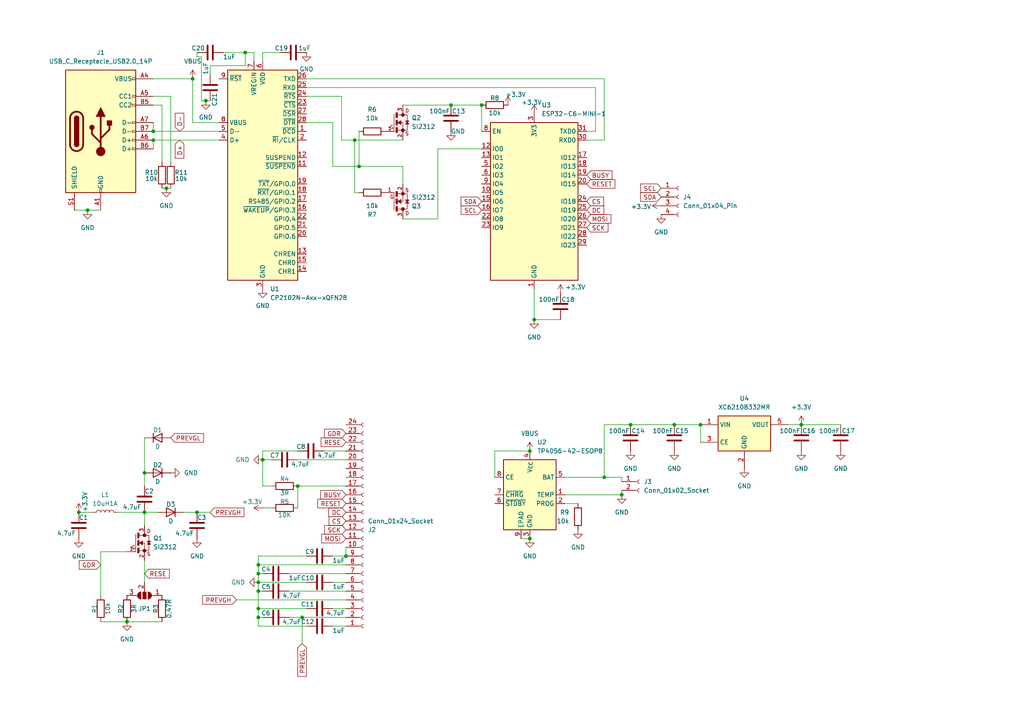
<source format=kicad_sch>
(kicad_sch (version 20250114) (generator "eeschema") (generator_version "9.0")
  (paper "A4")
  (lib_symbols
    (symbol "Battery_Management:TP4056-42-ESOP8"
      (property "Reference" "U" (at -6.604 11.684 0))
      (property "Value" "TP4056-42-ESOP8" (at 10.16 11.684 0))
      (symbol "TP4056-42-ESOP8_1_0"
        (pin input line (at -10.16 5.08 0) (length 2.54) (name "CE") (number "8"))
        (pin open_collector line (at -10.16 0 0) (length 2.54) (name "~{CHRG}") (number "7"))
        (pin open_collector line (at -10.16 -2.54 0) (length 2.54) (name "~{STDBY}") (number "6"))
        (pin passive line (at -2.54 -12.7 90) (length 2.54) (name "EPAD") (number "9"))
        (pin power_in line (at 0 12.7 270) (length 2.54) (name "V_{CC}") (number "4"))
        (pin power_in line (at 0 -12.7 90) (length 2.54) (name "GND") (number "3"))
        (pin power_out line (at 10.16 5.08 180) (length 2.54) (name "BAT") (number "5"))
        (pin input line (at 10.16 0 180) (length 2.54) (name "TEMP") (number "1"))
        (pin passive line (at 10.16 -2.54 180) (length 2.54) (name "PROG") (number "2"))
      )
    )
    (symbol "Connector:Conn_01x02_Socket" (pin_names (offset 1.016) (hide yes))
      (property "Reference" "J" (at 0 2.54 0))
      (property "Value" "Conn_01x02_Socket" (at 0 -5.08 0))
      (symbol "Conn_01x02_Socket_1_1"
        (pin passive line (at -5.08 0 0) (length 3.81) (name "Pin_1") (number "1"))
        (pin passive line (at -5.08 -2.54 0) (length 3.81) (name "Pin_2") (number "2"))
      )
    )
    (symbol "Connector:Conn_01x04_Socket" (pin_names (offset 1.016) (hide yes))
      (property "Reference" "J" (at 0 5.08 0))
      (property "Value" "Conn_01x04_Socket" (at 0 -7.62 0))
      (symbol "Conn_01x04_Socket_1_1"
        (pin passive line (at -5.08 2.54 0) (length 3.81) (name "Pin_1") (number "1"))
        (pin passive line (at -5.08 0 0) (length 3.81) (name "Pin_2") (number "2"))
        (pin passive line (at -5.08 -2.54 0) (length 3.81) (name "Pin_3") (number "3"))
        (pin passive line (at -5.08 -5.08 0) (length 3.81) (name "Pin_4") (number "4"))
      )
    )
    (symbol "Connector:Conn_01x24_Socket" (pin_names (offset 1.016) (hide yes))
      (property "Reference" "J" (at 0 30.48 0))
      (property "Value" "Conn_01x24_Socket" (at 0 -33.02 0))
      (symbol "Conn_01x24_Socket_1_1"
        (pin passive line (at -5.08 27.94 0) (length 3.81) (name "Pin_1") (number "1"))
        (pin passive line (at -5.08 25.4 0) (length 3.81) (name "Pin_2") (number "2"))
        (pin passive line (at -5.08 22.86 0) (length 3.81) (name "Pin_3") (number "3"))
        (pin passive line (at -5.08 20.32 0) (length 3.81) (name "Pin_4") (number "4"))
        (pin passive line (at -5.08 17.78 0) (length 3.81) (name "Pin_5") (number "5"))
        (pin passive line (at -5.08 15.24 0) (length 3.81) (name "Pin_6") (number "6"))
        (pin passive line (at -5.08 12.7 0) (length 3.81) (name "Pin_7") (number "7"))
        (pin passive line (at -5.08 10.16 0) (length 3.81) (name "Pin_8") (number "8"))
        (pin passive line (at -5.08 7.62 0) (length 3.81) (name "Pin_9") (number "9"))
        (pin passive line (at -5.08 5.08 0) (length 3.81) (name "Pin_10") (number "10"))
        (pin passive line (at -5.08 2.54 0) (length 3.81) (name "Pin_11") (number "11"))
        (pin passive line (at -5.08 0 0) (length 3.81) (name "Pin_12") (number "12"))
        (pin passive line (at -5.08 -2.54 0) (length 3.81) (name "Pin_13") (number "13"))
        (pin passive line (at -5.08 -5.08 0) (length 3.81) (name "Pin_14") (number "14"))
        (pin passive line (at -5.08 -7.62 0) (length 3.81) (name "Pin_15") (number "15"))
        (pin passive line (at -5.08 -10.16 0) (length 3.81) (name "Pin_16") (number "16"))
        (pin passive line (at -5.08 -12.7 0) (length 3.81) (name "Pin_17") (number "17"))
        (pin passive line (at -5.08 -15.24 0) (length 3.81) (name "Pin_18") (number "18"))
        (pin passive line (at -5.08 -17.78 0) (length 3.81) (name "Pin_19") (number "19"))
        (pin passive line (at -5.08 -20.32 0) (length 3.81) (name "Pin_20") (number "20"))
        (pin passive line (at -5.08 -22.86 0) (length 3.81) (name "Pin_21") (number "21"))
        (pin passive line (at -5.08 -25.4 0) (length 3.81) (name "Pin_22") (number "22"))
        (pin passive line (at -5.08 -27.94 0) (length 3.81) (name "Pin_23") (number "23"))
        (pin passive line (at -5.08 -30.48 0) (length 3.81) (name "Pin_24") (number "24"))
      )
    )
    (symbol "Connector:USB_C_Receptacle_USB2.0_14P" (pin_names (offset 1.016))
      (property "Reference" "J" (at 0 22.225 0))
      (property "Value" "USB_C_Receptacle_USB2.0_14P" (at 0 19.685 0))
      (symbol "USB_C_Receptacle_USB2.0_14P_1_1"
        (pin passive line (at -7.62 -22.86 90) (length 5.08) (name "SHIELD") (number "S1"))
        (pin passive line (at 0 -22.86 90) (length 5.08) (name "GND") (number "A1"))
        (pin passive line (at 0 -22.86 90) (length 5.08) (hide yes) (name "GND") (number "A12"))
        (pin passive line (at 0 -22.86 90) (length 5.08) (hide yes) (name "GND") (number "B1"))
        (pin passive line (at 0 -22.86 90) (length 5.08) (hide yes) (name "GND") (number "B12"))
        (pin passive line (at 15.24 15.24 180) (length 5.08) (name "VBUS") (number "A4"))
        (pin passive line (at 15.24 15.24 180) (length 5.08) (hide yes) (name "VBUS") (number "A9"))
        (pin passive line (at 15.24 15.24 180) (length 5.08) (hide yes) (name "VBUS") (number "B4"))
        (pin passive line (at 15.24 15.24 180) (length 5.08) (hide yes) (name "VBUS") (number "B9"))
        (pin bidirectional line (at 15.24 10.16 180) (length 5.08) (name "CC1") (number "A5"))
        (pin bidirectional line (at 15.24 7.62 180) (length 5.08) (name "CC2") (number "B5"))
        (pin bidirectional line (at 15.24 2.54 180) (length 5.08) (name "D-") (number "A7"))
        (pin bidirectional line (at 15.24 0 180) (length 5.08) (name "D-") (number "B7"))
        (pin bidirectional line (at 15.24 -2.54 180) (length 5.08) (name "D+") (number "A6"))
        (pin bidirectional line (at 15.24 -5.08 180) (length 5.08) (name "D+") (number "B6"))
      )
    )
    (symbol "Device:C" (pin_numbers (hide yes)) (pin_names (offset 0.254))
      (property "Reference" "C" (at 0.635 2.54 0))
      (property "Value" "C" (at 0.635 -2.54 0))
      (symbol "C_1_1"
        (pin passive line (at 0 3.81 270) (length 2.794) (name "~") (number "1"))
        (pin passive line (at 0 -3.81 90) (length 2.794) (name "~") (number "2"))
      )
    )
    (symbol "Device:D" (pin_numbers (hide yes)) (pin_names (offset 1.016) (hide yes))
      (property "Reference" "D" (at 0 2.54 0))
      (property "Value" "D" (at 0 -2.54 0))
      (symbol "D_1_1"
        (pin passive line (at -3.81 0 0) (length 2.54) (name "K") (number "1"))
        (pin passive line (at 3.81 0 180) (length 2.54) (name "A") (number "2"))
      )
    )
    (symbol "Device:L" (pin_numbers (hide yes)) (pin_names (offset 1.016) (hide yes))
      (property "Reference" "L" (at -1.27 0 90))
      (property "Value" "L" (at 1.905 0 90))
      (symbol "L_1_1"
        (pin passive line (at 0 3.81 270) (length 1.27) (name "1") (number "1"))
        (pin passive line (at 0 -3.81 90) (length 1.27) (name "2") (number "2"))
      )
    )
    (symbol "Device:R" (pin_numbers (hide yes)) (pin_names (offset 0))
      (property "Reference" "R" (at 2.032 0 90))
      (property "Value" "R" (at 0 0 90))
      (symbol "R_1_1"
        (pin passive line (at 0 3.81 270) (length 1.27) (name "~") (number "1"))
        (pin passive line (at 0 -3.81 90) (length 1.27) (name "~") (number "2"))
      )
    )
    (symbol "Interface_USB:CP2102N-Axx-xQFN28"
      (property "Reference" "U" (at -8.89 31.75 0))
      (property "Value" "CP2102N-Axx-xQFN28" (at 12.7 31.75 0))
      (symbol "CP2102N-Axx-xQFN28_1_1"
        (pin input line (at -12.7 27.94 0) (length 2.54) (name "~{RST}") (number "9"))
        (pin input line (at -12.7 15.24 0) (length 2.54) (name "VBUS") (number "8"))
        (pin bidirectional line (at -12.7 12.7 0) (length 2.54) (name "D-") (number "5"))
        (pin bidirectional line (at -12.7 10.16 0) (length 2.54) (name "D+") (number "4"))
        (pin no_connect line (at -10.16 -27.94 0) (length 2.54) (hide yes) (name "NC") (number "10"))
        (pin power_in line (at -2.54 33.02 270) (length 2.54) (name "VREGIN") (number "7"))
        (pin power_in line (at 0 33.02 270) (length 2.54) (name "VDD") (number "6"))
        (pin passive line (at 0 -33.02 90) (length 2.54) (hide yes) (name "GND") (number "29"))
        (pin power_in line (at 0 -33.02 90) (length 2.54) (name "GND") (number "3"))
        (pin output line (at 12.7 27.94 180) (length 2.54) (name "TXD") (number "26"))
        (pin input line (at 12.7 25.4 180) (length 2.54) (name "RXD") (number "25"))
        (pin output line (at 12.7 22.86 180) (length 2.54) (name "~{RTS}") (number "24"))
        (pin input line (at 12.7 20.32 180) (length 2.54) (name "~{CTS}") (number "23"))
        (pin input line (at 12.7 17.78 180) (length 2.54) (name "~{DSR}") (number "27"))
        (pin output line (at 12.7 15.24 180) (length 2.54) (name "~{DTR}") (number "28"))
        (pin input line (at 12.7 12.7 180) (length 2.54) (name "~{DCD}") (number "1"))
        (pin bidirectional line (at 12.7 10.16 180) (length 2.54) (name "~{RI}/CLK") (number "2"))
        (pin output line (at 12.7 5.08 180) (length 2.54) (name "SUSPEND") (number "12"))
        (pin output line (at 12.7 2.54 180) (length 2.54) (name "~{SUSPEND}") (number "11"))
        (pin bidirectional line (at 12.7 -2.54 180) (length 2.54) (name "~{TXT}/GPIO.0") (number "19"))
        (pin bidirectional line (at 12.7 -5.08 180) (length 2.54) (name "~{RXT}/GPIO.1") (number "18"))
        (pin bidirectional line (at 12.7 -7.62 180) (length 2.54) (name "RS485/GPIO.2") (number "17"))
        (pin bidirectional line (at 12.7 -10.16 180) (length 2.54) (name "~{WAKEUP}/GPIO.3") (number "16"))
        (pin bidirectional line (at 12.7 -12.7 180) (length 2.54) (name "GPIO.4") (number "22"))
        (pin bidirectional line (at 12.7 -15.24 180) (length 2.54) (name "GPIO.5") (number "21"))
        (pin bidirectional line (at 12.7 -17.78 180) (length 2.54) (name "GPIO.6") (number "20"))
        (pin output line (at 12.7 -22.86 180) (length 2.54) (name "CHREN") (number "13"))
        (pin output line (at 12.7 -25.4 180) (length 2.54) (name "CHR0") (number "15"))
        (pin output line (at 12.7 -27.94 180) (length 2.54) (name "CHR1") (number "14"))
      )
    )
    (symbol "Jumper:SolderJumper_3_Open" (pin_names (offset 0) (hide yes)) (in_bom no)
      (property "Reference" "JP" (at -2.54 -2.54 0))
      (property "Value" "SolderJumper_3_Open" (at 0 2.794 0))
      (symbol "SolderJumper_3_Open_1_1"
        (pin passive line (at -5.08 0 0) (length 2.54) (name "A") (number "1"))
        (pin passive line (at 0 -3.81 90) (length 2.54) (name "C") (number "2"))
        (pin passive line (at 5.08 0 180) (length 2.54) (name "B") (number "3"))
      )
    )
    (symbol "RF_Module:ESP32-C6-MINI-1"
      (property "Reference" "U" (at -11.43 24.13 0))
      (property "Value" "ESP32-C6-MINI-1" (at 12.7 24.13 0))
      (symbol "ESP32-C6-MINI-1_1_1"
        (pin input line (at -15.24 20.32 0) (length 2.54) (name "EN") (number "8"))
        (pin bidirectional line (at -15.24 15.24 0) (length 2.54) (name "IO0") (number "12"))
        (pin bidirectional line (at -15.24 12.7 0) (length 2.54) (name "IO1") (number "13"))
        (pin bidirectional line (at -15.24 10.16 0) (length 2.54) (name "IO2") (number "5"))
        (pin bidirectional line (at -15.24 7.62 0) (length 2.54) (name "IO3") (number "6"))
        (pin bidirectional line (at -15.24 5.08 0) (length 2.54) (name "IO4") (number "9"))
        (pin bidirectional line (at -15.24 2.54 0) (length 2.54) (name "IO5") (number "10"))
        (pin bidirectional line (at -15.24 0 0) (length 2.54) (name "IO6") (number "15"))
        (pin bidirectional line (at -15.24 -2.54 0) (length 2.54) (name "IO7") (number "16"))
        (pin bidirectional line (at -15.24 -5.08 0) (length 2.54) (name "IO8") (number "22"))
        (pin bidirectional line (at -15.24 -7.62 0) (length 2.54) (name "IO9") (number "23"))
        (pin no_connect line (at -12.7 -12.7 0) (length 2.54) (hide yes) (name "NC") (number "32"))
        (pin no_connect line (at -12.7 -15.24 0) (length 2.54) (hide yes) (name "NC") (number "33"))
        (pin no_connect line (at -12.7 -17.78 0) (length 2.54) (hide yes) (name "NC") (number "34"))
        (pin no_connect line (at -12.7 -20.32 0) (length 2.54) (hide yes) (name "NC") (number "35"))
        (pin power_in line (at 0 25.4 270) (length 2.54) (name "3V3") (number "3"))
        (pin power_in line (at 0 -25.4 90) (length 2.54) (name "GND") (number "1"))
        (pin passive line (at 0 -25.4 90) (length 2.54) (hide yes) (name "GND") (number "11"))
        (pin passive line (at 0 -25.4 90) (length 2.54) (hide yes) (name "GND") (number "14"))
        (pin passive line (at 0 -25.4 90) (length 2.54) (hide yes) (name "GND") (number "2"))
        (pin passive line (at 0 -25.4 90) (length 2.54) (hide yes) (name "GND") (number "36"))
        (pin passive line (at 0 -25.4 90) (length 2.54) (hide yes) (name "GND") (number "37"))
        (pin passive line (at 0 -25.4 90) (length 2.54) (hide yes) (name "GND") (number "38"))
        (pin passive line (at 0 -25.4 90) (length 2.54) (hide yes) (name "GND") (number "39"))
        (pin passive line (at 0 -25.4 90) (length 2.54) (hide yes) (name "GND") (number "40"))
        (pin passive line (at 0 -25.4 90) (length 2.54) (hide yes) (name "GND") (number "41"))
        (pin passive line (at 0 -25.4 90) (length 2.54) (hide yes) (name "GND") (number "42"))
        (pin passive line (at 0 -25.4 90) (length 2.54) (hide yes) (name "GND") (number "43"))
        (pin passive line (at 0 -25.4 90) (length 2.54) (hide yes) (name "GND") (number "44"))
        (pin passive line (at 0 -25.4 90) (length 2.54) (hide yes) (name "GND") (number "45"))
        (pin passive line (at 0 -25.4 90) (length 2.54) (hide yes) (name "GND") (number "46"))
        (pin passive line (at 0 -25.4 90) (length 2.54) (hide yes) (name "GND") (number "47"))
        (pin passive line (at 0 -25.4 90) (length 2.54) (hide yes) (name "GND") (number "48"))
        (pin passive line (at 0 -25.4 90) (length 2.54) (hide yes) (name "GND") (number "49"))
        (pin passive line (at 0 -25.4 90) (length 2.54) (hide yes) (name "GND") (number "50"))
        (pin passive line (at 0 -25.4 90) (length 2.54) (hide yes) (name "GND") (number "51"))
        (pin passive line (at 0 -25.4 90) (length 2.54) (hide yes) (name "GND") (number "52"))
        (pin passive line (at 0 -25.4 90) (length 2.54) (hide yes) (name "GND") (number "53"))
        (pin no_connect line (at 12.7 -15.24 180) (length 2.54) (hide yes) (name "NC") (number "4"))
        (pin no_connect line (at 12.7 -17.78 180) (length 2.54) (hide yes) (name "NC") (number "7"))
        (pin no_connect line (at 12.7 -20.32 180) (length 2.54) (hide yes) (name "NC") (number "21"))
        (pin bidirectional line (at 15.24 20.32 180) (length 2.54) (name "TXD0") (number "31"))
        (pin bidirectional line (at 15.24 17.78 180) (length 2.54) (name "RXD0") (number "30"))
        (pin bidirectional line (at 15.24 12.7 180) (length 2.54) (name "IO12") (number "17"))
        (pin bidirectional line (at 15.24 10.16 180) (length 2.54) (name "IO13") (number "18"))
        (pin bidirectional line (at 15.24 7.62 180) (length 2.54) (name "IO14") (number "19"))
        (pin bidirectional line (at 15.24 5.08 180) (length 2.54) (name "IO15") (number "20"))
        (pin bidirectional line (at 15.24 0 180) (length 2.54) (name "IO18") (number "24"))
        (pin bidirectional line (at 15.24 -2.54 180) (length 2.54) (name "IO19") (number "25"))
        (pin bidirectional line (at 15.24 -5.08 180) (length 2.54) (name "IO20") (number "26"))
        (pin bidirectional line (at 15.24 -7.62 180) (length 2.54) (name "IO21") (number "27"))
        (pin bidirectional line (at 15.24 -10.16 180) (length 2.54) (name "IO22") (number "28"))
        (pin bidirectional line (at 15.24 -12.7 180) (length 2.54) (name "IO23") (number "29"))
      )
    )
    (symbol "Regulator_Linear:XC6210B332MR"
      (property "Reference" "U" (at 0 8.89 0))
      (property "Value" "XC6210B332MR" (at 0 6.35 0))
      (symbol "XC6210B332MR_1_1"
        (pin power_in line (at -12.7 2.54 0) (length 5.08) (name "VIN") (number "1"))
        (pin input line (at -12.7 -2.54 0) (length 5.08) (name "CE") (number "3"))
        (pin power_in line (at 0 -10.16 90) (length 5.08) (name "GND") (number "2"))
        (pin no_connect line (at 7.62 -2.54 180) (length 5.08) (hide yes) (name "NC") (number "4"))
        (pin power_out line (at 12.7 2.54 180) (length 5.08) (name "VOUT") (number "5"))
      )
    )
    (symbol "SI2312:SI2312" (pin_names (offset 1.016))
      (property "Reference" "Q" (at 2.54 0 0))
      (property "Value" "SI2312" (at 2.54 -2.54 0))
      (symbol "SI2312_0_0"
        (text "G" (at -3.81 -1.905 0) (effects (font (size 1.016 1.016)) (justify left bottom)))
        (text "D" (at 0.635 2.8575 0) (effects (font (size 1.016 1.016)) (justify left bottom)))
        (text "S" (at 0.635 -3.81 0) (effects (font (size 1.016 1.016)) (justify left bottom)))
        (pin passive line (at -5.08 -2.54 0) (length 2.54) (name "~") (number "1"))
        (pin passive line (at 0 5.08 270) (length 2.54) (name "~") (number "3"))
        (pin passive line (at 0 -5.08 90) (length 2.54) (name "~") (number "2"))
      )
    )
    (symbol "power:+3.3V" (power) (pin_numbers (hide yes)) (pin_names (offset 0) (hide yes))
      (property "Value" "+3.3V" (at 0 3.556 0))
      (symbol "+3.3V_1_1"
        (pin power_in line (at 0 0 90) (length 0) (name "~") (number "1"))
      )
    )
    (symbol "power:GND" (power) (pin_numbers (hide yes)) (pin_names (offset 0) (hide yes))
      (property "Value" "GND" (at 0 -3.81 0))
      (symbol "GND_1_1"
        (pin power_in line (at 0 0 270) (length 0) (name "~") (number "1"))
      )
    )
    (symbol "power:VBUS" (power) (pin_numbers (hide yes)) (pin_names (offset 0) (hide yes))
      (property "Value" "VBUS" (at 0 3.556 0))
      (symbol "VBUS_1_1"
        (pin power_in line (at 0 0 90) (length 0) (name "~") (number "1"))
      )
    )
  )
  (junction (at 76.2 133.35))
  (junction (at 139.7 30.48))
  (junction (at 87.63 179.07))
  (junction (at 48.26 54.61))
  (junction (at 130.81 30.48))
  (junction (at 41.91 148.59))
  (junction (at 104.14 48.26))
  (junction (at 74.93 168.91))
  (junction (at 232.41 123.19))
  (junction (at 153.67 130.81))
  (junction (at 44.45 38.1))
  (junction (at 203.2 123.19))
  (junction (at 74.93 163.83))
  (junction (at 153.67 156.21))
  (junction (at 55.88 22.86))
  (junction (at 59.69 29.21))
  (junction (at 86.36 140.97))
  (junction (at 74.93 179.07))
  (junction (at 44.45 40.64))
  (junction (at 36.83 180.34))
  (junction (at 195.58 123.19))
  (junction (at 74.93 176.53))
  (junction (at 154.94 92.71))
  (junction (at 22.86 148.59))
  (junction (at 182.88 123.19))
  (junction (at 180.34 143.51))
  (junction (at 74.93 166.37))
  (junction (at 100.33 161.29))
  (junction (at 74.93 171.45))
  (junction (at 57.15 148.59))
  (junction (at 25.4 60.96))
  (junction (at 175.26 138.43))
  (junction (at 41.91 137.16))
  (junction (at 71.12 15.24))
  (junction (at 102.87 40.64))
  (wire (pts (xy 22.86 148.59) (xy 26.67 148.59)))
  (wire (pts (xy 104.14 48.26) (xy 96.52 48.26)))
  (wire (pts (xy 74.93 163.83) (xy 100.33 163.83)))
  (wire (pts (xy 127 63.5) (xy 127 43.18)))
  (wire (pts (xy 41.91 140.97) (xy 41.91 137.16)))
  (wire (pts (xy 57.15 15.24) (xy 57.15 16.51)))
  (wire (pts (xy 76.2 130.81) (xy 76.2 133.35)))
  (wire (pts (xy 163.83 146.05) (xy 167.64 146.05)))
  (wire (pts (xy 57.15 16.51) (xy 58.42 16.51)))
  (wire (pts (xy 74.93 179.07) (xy 74.93 181.61)))
  (wire (pts (xy 49.53 27.94) (xy 49.53 46.99)))
  (wire (pts (xy 36.83 180.34) (xy 46.99 180.34)))
  (wire (pts (xy 45.72 148.59) (xy 41.91 148.59)))
  (wire (pts (xy 86.36 130.81) (xy 76.2 130.81)))
  (wire (pts (xy 34.29 148.59) (xy 41.91 148.59)))
  (wire (pts (xy 99.06 27.94) (xy 88.9 27.94)))
  (wire (pts (xy 182.88 123.19) (xy 195.58 123.19)))
  (wire (pts (xy 76.2 140.97) (xy 78.74 140.97)))
  (wire (pts (xy 55.88 35.56) (xy 63.5 35.56)))
  (wire (pts (xy 86.36 140.97) (xy 86.36 147.32)))
  (wire (pts (xy 21.59 60.96) (xy 25.4 60.96)))
  (wire (pts (xy 44.45 40.64) (xy 63.5 40.64)))
  (wire (pts (xy 44.45 40.64) (xy 44.45 43.18)))
  (wire (pts (xy 86.36 140.97) (xy 100.33 140.97)))
  (wire (pts (xy 104.14 38.1) (xy 104.14 48.26)))
  (wire (pts (xy 96.52 176.53) (xy 100.33 176.53)))
  (wire (pts (xy 83.82 171.45) (xy 100.33 171.45)))
  (wire (pts (xy 130.81 30.48) (xy 139.7 30.48)))
  (wire (pts (xy 116.84 30.48) (xy 130.81 30.48)))
  (wire (pts (xy 44.45 27.94) (xy 49.53 27.94)))
  (wire (pts (xy 100.33 158.75) (xy 100.33 161.29)))
  (wire (pts (xy 116.84 53.34) (xy 116.84 48.26)))
  (wire (pts (xy 74.93 179.07) (xy 76.2 179.07)))
  (wire (pts (xy 116.84 63.5) (xy 127 63.5)))
  (wire (pts (xy 46.99 54.61) (xy 48.26 54.61)))
  (wire (pts (xy 59.69 29.21) (xy 60.96 29.21)))
  (wire (pts (xy 175.26 138.43) (xy 180.34 138.43)))
  (wire (pts (xy 29.21 180.34) (xy 36.83 180.34)))
  (wire (pts (xy 93.98 130.81) (xy 100.33 130.81)))
  (wire (pts (xy 83.82 179.07) (xy 87.63 179.07)))
  (wire (pts (xy 76.2 15.24) (xy 76.2 17.78)))
  (wire (pts (xy 74.93 168.91) (xy 88.9 168.91)))
  (wire (pts (xy 143.51 130.81) (xy 153.67 130.81)))
  (wire (pts (xy 74.93 176.53) (xy 88.9 176.53)))
  (wire (pts (xy 88.9 161.29) (xy 74.93 161.29)))
  (wire (pts (xy 175.26 123.19) (xy 182.88 123.19)))
  (wire (pts (xy 203.2 123.19) (xy 203.2 128.27)))
  (wire (pts (xy 74.93 168.91) (xy 74.93 171.45)))
  (wire (pts (xy 102.87 40.64) (xy 99.06 40.64)))
  (wire (pts (xy 58.42 16.51) (xy 58.42 29.21)))
  (wire (pts (xy 232.41 123.19) (xy 228.6 123.19)))
  (wire (pts (xy 96.52 161.29) (xy 100.33 161.29)))
  (wire (pts (xy 46.99 46.99) (xy 46.99 30.48)))
  (wire (pts (xy 96.52 181.61) (xy 100.33 181.61)))
  (wire (pts (xy 163.83 138.43) (xy 175.26 138.43)))
  (wire (pts (xy 81.28 15.24) (xy 76.2 15.24)))
  (wire (pts (xy 86.36 133.35) (xy 100.33 133.35)))
  (wire (pts (xy 41.91 168.91) (xy 41.91 162.56)))
  (wire (pts (xy 88.9 22.86) (xy 175.26 22.86)))
  (wire (pts (xy 87.63 179.07) (xy 100.33 179.07)))
  (wire (pts (xy 99.06 40.64) (xy 99.06 27.94)))
  (wire (pts (xy 60.96 19.05) (xy 60.96 21.59)))
  (wire (pts (xy 163.83 143.51) (xy 180.34 143.51)))
  (wire (pts (xy 53.34 148.59) (xy 57.15 148.59)))
  (wire (pts (xy 74.93 181.61) (xy 88.9 181.61)))
  (wire (pts (xy 76.2 133.35) (xy 78.74 133.35)))
  (wire (pts (xy 44.45 35.56) (xy 44.45 38.1)))
  (wire (pts (xy 175.26 22.86) (xy 175.26 40.64)))
  (wire (pts (xy 116.84 40.64) (xy 102.87 40.64)))
  (wire (pts (xy 139.7 30.48) (xy 139.7 38.1)))
  (wire (pts (xy 29.21 160.02) (xy 36.83 160.02)))
  (wire (pts (xy 71.12 19.05) (xy 71.12 15.24)))
  (wire (pts (xy 25.4 60.96) (xy 29.21 60.96)))
  (wire (pts (xy 60.96 148.59) (xy 57.15 148.59)))
  (wire (pts (xy 46.99 30.48) (xy 44.45 30.48)))
  (wire (pts (xy 195.58 123.19) (xy 203.2 123.19)))
  (wire (pts (xy 48.26 54.61) (xy 49.53 54.61)))
  (wire (pts (xy 74.93 166.37) (xy 74.93 168.91)))
  (wire (pts (xy 153.67 156.21) (xy 151.13 156.21)))
  (wire (pts (xy 96.52 168.91) (xy 100.33 168.91)))
  (wire (pts (xy 76.2 147.32) (xy 78.74 147.32)))
  (wire (pts (xy 41.91 127) (xy 41.91 137.16)))
  (wire (pts (xy 232.41 123.19) (xy 243.84 123.19)))
  (wire (pts (xy 74.93 163.83) (xy 74.93 166.37)))
  (wire (pts (xy 64.77 15.24) (xy 71.12 15.24)))
  (wire (pts (xy 116.84 48.26) (xy 104.14 48.26)))
  (wire (pts (xy 96.52 48.26) (xy 96.52 35.56)))
  (wire (pts (xy 44.45 22.86) (xy 55.88 22.86)))
  (wire (pts (xy 172.72 38.1) (xy 172.72 25.4)))
  (wire (pts (xy 170.18 38.1) (xy 172.72 38.1)))
  (wire (pts (xy 60.96 19.05) (xy 71.12 19.05)))
  (wire (pts (xy 143.51 138.43) (xy 143.51 130.81)))
  (wire (pts (xy 74.93 166.37) (xy 76.2 166.37)))
  (wire (pts (xy 41.91 152.4) (xy 41.91 148.59)))
  (wire (pts (xy 127 43.18) (xy 139.7 43.18)))
  (wire (pts (xy 175.26 40.64) (xy 170.18 40.64)))
  (wire (pts (xy 175.26 138.43) (xy 175.26 123.19)))
  (wire (pts (xy 71.12 15.24) (xy 73.66 15.24)))
  (wire (pts (xy 104.14 55.88) (xy 102.87 55.88)))
  (wire (pts (xy 83.82 166.37) (xy 100.33 166.37)))
  (wire (pts (xy 74.93 171.45) (xy 74.93 176.53)))
  (wire (pts (xy 154.94 92.71) (xy 154.94 83.82)))
  (wire (pts (xy 73.66 15.24) (xy 73.66 17.78)))
  (wire (pts (xy 76.2 133.35) (xy 76.2 140.97)))
  (wire (pts (xy 87.63 179.07) (xy 87.63 186.69)))
  (wire (pts (xy 74.93 176.53) (xy 74.93 179.07)))
  (wire (pts (xy 102.87 55.88) (xy 102.87 40.64)))
  (wire (pts (xy 44.45 38.1) (xy 63.5 38.1)))
  (wire (pts (xy 180.34 143.51) (xy 180.34 142.24)))
  (wire (pts (xy 154.94 92.71) (xy 162.56 92.71)))
  (wire (pts (xy 180.34 138.43) (xy 180.34 139.7)))
  (wire (pts (xy 74.93 171.45) (xy 76.2 171.45)))
  (wire (pts (xy 55.88 22.86) (xy 55.88 35.56)))
  (wire (pts (xy 58.42 29.21) (xy 59.69 29.21)))
  (wire (pts (xy 29.21 172.72) (xy 29.21 160.02)))
  (wire (pts (xy 68.58 173.99) (xy 100.33 173.99)))
  (wire (pts (xy 172.72 25.4) (xy 88.9 25.4)))
  (wire (pts (xy 96.52 35.56) (xy 88.9 35.56)))
  (wire (pts (xy 74.93 161.29) (xy 74.93 163.83)))
  (global_label "SCK" (shape input) (at 100.33 153.67 180) (property "Intersheetrefs" "${INTERSHEET_REFS}" (effects (hide yes))))
  (global_label "DC" (shape input) (at 170.18 60.96 0) (property "Intersheetrefs" "${INTERSHEET_REFS}" (effects (hide yes))))
  (global_label "D+" (shape input) (at 52.07 40.64 270) (property "Intersheetrefs" "${INTERSHEET_REFS}" (effects (hide yes))))
  (global_label "PREVGL" (shape input) (at 49.53 127 0) (property "Intersheetrefs" "${INTERSHEET_REFS}" (effects (hide yes))))
  (global_label "MOSI" (shape input) (at 170.18 63.5 0) (property "Intersheetrefs" "${INTERSHEET_REFS}" (effects (hide yes))))
  (global_label "BUSY" (shape input) (at 100.33 143.51 180) (property "Intersheetrefs" "${INTERSHEET_REFS}" (effects (hide yes))))
  (global_label "PREVGH" (shape input) (at 68.58 173.99 180) (property "Intersheetrefs" "${INTERSHEET_REFS}" (effects (hide yes))))
  (global_label "DC" (shape input) (at 100.33 148.59 180) (property "Intersheetrefs" "${INTERSHEET_REFS}" (effects (hide yes))))
  (global_label "RESE" (shape input) (at 41.91 166.37 0) (property "Intersheetrefs" "${INTERSHEET_REFS}" (effects (hide yes))))
  (global_label "SDA" (shape input) (at 191.77 57.15 180) (property "Intersheetrefs" "${INTERSHEET_REFS}" (effects (hide yes))))
  (global_label "RESET" (shape input) (at 170.18 53.34 0) (property "Intersheetrefs" "${INTERSHEET_REFS}" (effects (hide yes))))
  (global_label "MOSI" (shape input) (at 100.33 156.21 180) (property "Intersheetrefs" "${INTERSHEET_REFS}" (effects (hide yes))))
  (global_label "SCL" (shape input) (at 139.7 60.96 180) (property "Intersheetrefs" "${INTERSHEET_REFS}" (effects (hide yes))))
  (global_label "D-" (shape input) (at 52.07 38.1 90) (property "Intersheetrefs" "${INTERSHEET_REFS}" (effects (hide yes))))
  (global_label "RESET" (shape input) (at 100.33 146.05 180) (property "Intersheetrefs" "${INTERSHEET_REFS}" (effects (hide yes))))
  (global_label "SDA" (shape input) (at 139.7 58.42 180) (property "Intersheetrefs" "${INTERSHEET_REFS}" (effects (hide yes))))
  (global_label "SCL" (shape input) (at 191.77 54.61 180) (property "Intersheetrefs" "${INTERSHEET_REFS}" (effects (hide yes))))
  (global_label "GDR" (shape input) (at 100.33 125.73 180) (property "Intersheetrefs" "${INTERSHEET_REFS}" (effects (hide yes))))
  (global_label "GDR" (shape input) (at 29.21 163.83 180) (property "Intersheetrefs" "${INTERSHEET_REFS}" (effects (hide yes))))
  (global_label "PREVGH" (shape input) (at 60.96 148.59 0) (property "Intersheetrefs" "${INTERSHEET_REFS}" (effects (hide yes))))
  (global_label "RESE" (shape input) (at 100.33 128.27 180) (property "Intersheetrefs" "${INTERSHEET_REFS}" (effects (hide yes))))
  (global_label "BUSY" (shape input) (at 170.18 50.8 0) (property "Intersheetrefs" "${INTERSHEET_REFS}" (effects (hide yes))))
  (global_label "SCK" (shape input) (at 170.18 66.04 0) (property "Intersheetrefs" "${INTERSHEET_REFS}" (effects (hide yes))))
  (global_label "CS" (shape input) (at 170.18 58.42 0) (property "Intersheetrefs" "${INTERSHEET_REFS}" (effects (hide yes))))
  (global_label "CS" (shape input) (at 100.33 151.13 180) (property "Intersheetrefs" "${INTERSHEET_REFS}" (effects (hide yes))))
  (global_label "PREVGL" (shape input) (at 87.63 186.69 270) (property "Intersheetrefs" "${INTERSHEET_REFS}" (effects (hide yes))))
  (symbol (lib_id "Device:C") (at 130.81 34.29 0) (unit 1)
    (property "Reference" "C13" (at 131.064 32.258 0) (effects (justify left)))
    (property "Value" "100nF" (at 124.46 32.258 0) (effects (justify left)))
    (property "Footprint" "Diode_SMD:D_0805_2012Metric_Pad1.15x1.40mm_HandSolder" (effects (hide yes)))
    (property "Description" "Unpolarized capacitor" (effects (hide yes)))
  )
  (symbol (lib_id "Device:C") (at 232.41 127 0) (unit 1)
    (property "Reference" "C16" (at 232.664 124.968 0) (effects (justify left)))
    (property "Value" "100nF" (at 226.06 124.968 0) (effects (justify left)))
    (property "Footprint" "Diode_SMD:D_0805_2012Metric_Pad1.15x1.40mm_HandSolder" (effects (hide yes)))
    (property "Description" "Unpolarized capacitor" (effects (hide yes)))
  )
  (symbol (lib_id "power:GND") (at 74.93 168.91 270) (unit 1)
    (property "Reference" "#PWR08" (effects (hide yes)))
    (property "Value" "GND" (at 71.12 168.9099 90) (effects (justify right)))
    (property "Description" "Power symbol creates a global label with name \"GND\" , ground" (effects (hide yes)))
  )
  (symbol (lib_id "Battery_Management:TP4056-42-ESOP8") (at 153.67 143.51 0) (unit 1)
    (property "Reference" "U2" (at 155.8133 128.27 0) (effects (justify left)))
    (property "Value" "TP4056-42-ESOP8" (at 155.8133 130.81 0) (effects (justify left)))
    (property "Footprint" "Package_SO:SOIC-8-1EP_3.9x4.9mm_P1.27mm_EP2.41x3.3mm_ThermalVias_model" (effects (hide yes)))
    (property "Datasheet" "https://www.lcsc.com/datasheet/lcsc_datasheet_2410121619_TOPPOWER-Nanjing-Extension-Microelectronics-TP4056-42-ESOP8_C16581.pdf" (effects (hide yes)))
    (property "Description" "1A Standalone Linear Li-ion/LiPo single-cell battery charger, 4.2V ±1% charge voltage, VCC = 4.0..8.0V, SOIC-8 (SOP-8)" (effects (hide yes)))
  )
  (symbol (lib_id "power:GND") (at 88.9 15.24 0) (unit 1)
    (property "Reference" "#PWR031" (effects (hide yes)))
    (property "Value" "GND" (at 88.9 20.066 0))
    (property "Description" "Power symbol creates a global label with name \"GND\" , ground" (effects (hide yes)))
  )
  (symbol (lib_id "power:VBUS") (at 153.67 130.81 0) (unit 1)
    (property "Reference" "#PWR014" (effects (hide yes)))
    (property "Value" "VBUS" (at 153.67 125.73 0))
    (property "Description" "Power symbol creates a global label with name \"VBUS\"" (effects (hide yes)))
  )
  (symbol (lib_id "power:+3.3V") (at 191.77 59.69 90) (unit 1)
    (property "Reference" "#PWR027" (effects (hide yes)))
    (property "Value" "+3.3V" (at 185.928 59.944 90))
    (property "Description" "Power symbol creates a global label with name \"+3.3V\"" (effects (hide yes)))
  )
  (symbol (lib_id "Connector:Conn_01x04_Socket") (at 196.85 57.15 0) (unit 1)
    (property "Reference" "J4" (at 198.12 57.1499 0) (effects (justify left)))
    (property "Value" "Conn_01x04_Pin" (at 198.12 59.6899 0) (effects (justify left)))
    (property "Footprint" "Connector_JST:JST_ZH_B4B-ZR_1x04_P1.50mm_Vertical" (effects (hide yes)))
    (property "Description" "Generic connector, single row, 01x04, script generated" (effects (hide yes)))
  )
  (symbol (lib_id "Connector:Conn_01x02_Socket") (at 185.42 139.7 0) (unit 1)
    (property "Reference" "J3" (at 186.69 139.6999 0) (effects (justify left)))
    (property "Value" "Conn_01x02_Socket" (at 186.69 142.2399 0) (effects (justify left)))
    (property "Footprint" "Connector_JST:JST_ZH_B2B-ZR_1x02_P1.50mm_Vertical" (effects (hide yes)))
    (property "Description" "Generic connector, single row, 01x02, script generated" (effects (hide yes)))
  )
  (symbol (lib_id "Device:R") (at 46.99 50.8 0) (mirror x) (unit 1)
    (property "Reference" "R10" (at 43.942 50.038 0))
    (property "Value" "10k" (at 43.942 51.816 0))
    (property "Footprint" "Resistor_SMD:R_0805_2012Metric_Pad1.20x1.40mm_HandSolder" (effects (hide yes)))
    (property "Description" "Resistor" (effects (hide yes)))
  )
  (symbol (lib_id "Device:C") (at 85.09 15.24 90) (unit 1)
    (property "Reference" "C19" (at 83.566 13.97 90) (effects (justify left)))
    (property "Value" "1uF" (at 90.17 13.97 90) (effects (justify left)))
    (property "Footprint" "Diode_SMD:D_0805_2012Metric_Pad1.15x1.40mm_HandSolder" (effects (hide yes)))
    (property "Description" "Unpolarized capacitor" (effects (hide yes)))
  )
  (symbol (lib_id "Regulator_Linear:XC6210B332MR") (at 215.9 125.73 0) (unit 1)
    (property "Reference" "U4" (at 215.9 115.57 0))
    (property "Value" "XC6210B332MR" (at 215.9 118.11 0))
    (property "Footprint" "Package_TO_SOT_SMD:SOT-23-5" (effects (hide yes)))
    (property "Datasheet" "https://www.torexsemi.com/file/xc6210/XC6210.pdf" (effects (hide yes)))
    (property "Description" "700mA, Low Drop-out Voltage Regulator, Fixed Output 3.3V, SOT-23-5" (effects (hide yes)))
  )
  (symbol (lib_id "Device:C") (at 243.84 127 0) (unit 1)
    (property "Reference" "C17" (at 244.094 124.968 0) (effects (justify left)))
    (property "Value" "100nF" (at 237.49 124.968 0) (effects (justify left)))
    (property "Footprint" "Diode_SMD:D_0805_2012Metric_Pad1.15x1.40mm_HandSolder" (effects (hide yes)))
    (property "Description" "Unpolarized capacitor" (effects (hide yes)))
  )
  (symbol (lib_id "power:GND") (at 76.2 133.35 270) (unit 1)
    (property "Reference" "#PWR010" (effects (hide yes)))
    (property "Value" "GND" (at 72.39 133.3499 90) (effects (justify right)))
    (property "Description" "Power symbol creates a global label with name \"GND\" , ground" (effects (hide yes)))
  )
  (symbol (lib_id "power:+3.3V") (at 154.94 33.02 0) (unit 1)
    (property "Reference" "#PWR016" (effects (hide yes)))
    (property "Value" "+3.3V" (at 154.178 29.718 0))
    (property "Description" "Power symbol creates a global label with name \"+3.3V\"" (effects (hide yes)))
  )
  (symbol (lib_id "power:+3.3V") (at 147.32 30.48 0) (unit 1)
    (property "Reference" "#PWR013" (effects (hide yes)))
    (property "Value" "+3.3V" (at 149.606 27.432 0))
    (property "Description" "Power symbol creates a global label with name \"+3.3V\"" (effects (hide yes)))
  )
  (symbol (lib_id "power:VBUS") (at 55.88 22.86 0) (unit 1)
    (property "Reference" "#PWR06" (effects (hide yes)))
    (property "Value" "VBUS" (at 55.88 17.78 0))
    (property "Description" "Power symbol creates a global label with name \"VBUS\"" (effects (hide yes)))
  )
  (symbol (lib_id "Device:R") (at 29.21 176.53 0) (mirror x) (unit 1)
    (property "Reference" "R1" (at 27.432 176.53 90))
    (property "Value" "10k" (at 31.242 176.53 90))
    (property "Footprint" "Resistor_SMD:R_0805_2012Metric_Pad1.20x1.40mm_HandSolder" (effects (hide yes)))
    (property "Description" "Resistor" (effects (hide yes)))
  )
  (symbol (lib_id "Device:C") (at 90.17 130.81 90) (unit 1)
    (property "Reference" "C8" (at 88.646 129.54 90) (effects (justify left)))
    (property "Value" "4,7uF" (at 97.536 132.08 90) (effects (justify left)))
    (property "Footprint" "Diode_SMD:D_0805_2012Metric_Pad1.15x1.40mm_HandSolder" (effects (hide yes)))
    (property "Description" "Unpolarized capacitor" (effects (hide yes)))
  )
  (symbol (lib_id "power:GND") (at 182.88 130.81 0) (unit 1)
    (property "Reference" "#PWR023" (effects (hide yes)))
    (property "Value" "GND" (at 182.88 135.89 0))
    (property "Description" "Power symbol creates a global label with name \"GND\" , ground" (effects (hide yes)))
  )
  (symbol (lib_id "Device:R") (at 82.55 147.32 90) (mirror x) (unit 1)
    (property "Reference" "R5" (at 82.55 145.542 90))
    (property "Value" "10K" (at 82.55 149.352 90))
    (property "Footprint" "Resistor_SMD:R_0805_2012Metric_Pad1.20x1.40mm_HandSolder" (effects (hide yes)))
    (property "Description" "Resistor" (effects (hide yes)))
  )
  (symbol (lib_id "Device:C") (at 57.15 152.4 0) (unit 1)
    (property "Reference" "C3" (at 57.15 150.114 0) (effects (justify left)))
    (property "Value" "4,7uF" (at 50.8 154.686 0) (effects (justify left)))
    (property "Footprint" "Diode_SMD:D_0805_2012Metric_Pad1.15x1.40mm_HandSolder" (effects (hide yes)))
    (property "Description" "Unpolarized capacitor" (effects (hide yes)))
  )
  (symbol (lib_id "Device:R") (at 107.95 55.88 90) (mirror x) (unit 1)
    (property "Reference" "R7" (at 107.95 62.23 90))
    (property "Value" "10k" (at 107.95 59.69 90))
    (property "Footprint" "Resistor_SMD:R_0805_2012Metric_Pad1.20x1.40mm_HandSolder" (effects (hide yes)))
    (property "Description" "Resistor" (effects (hide yes)))
  )
  (symbol (lib_id "power:GND") (at 57.15 156.21 0) (unit 1)
    (property "Reference" "#PWR07" (effects (hide yes)))
    (property "Value" "GND" (at 57.15 161.29 0))
    (property "Description" "Power symbol creates a global label with name \"GND\" , ground" (effects (hide yes)))
  )
  (symbol (lib_id "power:GND") (at 154.94 92.71 0) (unit 1)
    (property "Reference" "#PWR017" (effects (hide yes)))
    (property "Value" "GND" (at 154.94 97.79 0))
    (property "Description" "Power symbol creates a global label with name \"GND\" , ground" (effects (hide yes)))
  )
  (symbol (lib_id "Device:C") (at 80.01 171.45 90) (unit 1)
    (property "Reference" "C5" (at 78.486 170.18 90) (effects (justify left)))
    (property "Value" "4,7uF" (at 87.376 172.72 90) (effects (justify left)))
    (property "Footprint" "Diode_SMD:D_0805_2012Metric_Pad1.15x1.40mm_HandSolder" (effects (hide yes)))
    (property "Description" "Unpolarized capacitor" (effects (hide yes)))
  )
  (symbol (lib_id "Interface_USB:CP2102N-Axx-xQFN28") (at 76.2 50.8 0) (unit 1)
    (property "Reference" "U1" (at 78.3433 83.82 0) (effects (justify left)))
    (property "Value" "CP2102N-Axx-xQFN28" (at 78.3433 86.36 0) (effects (justify left)))
    (property "Footprint" "Package_DFN_QFN:QFN-28-1EP_5x5mm_P0.5mm_EP3.35x3.35mm" (effects (hide yes)))
    (property "Datasheet" "https://www.silabs.com/documents/public/data-sheets/cp2102n-datasheet.pdf" (effects (hide yes)))
    (property "Description" "USB to UART master bridge, QFN-28" (effects (hide yes)))
  )
  (symbol (lib_id "Device:R") (at 82.55 140.97 90) (mirror x) (unit 1)
    (property "Reference" "R4" (at 82.55 138.938 90))
    (property "Value" "3R" (at 82.55 143.002 90))
    (property "Footprint" "Resistor_SMD:R_0805_2012Metric_Pad1.20x1.40mm_HandSolder" (effects (hide yes)))
    (property "Description" "Resistor" (effects (hide yes)))
  )
  (symbol (lib_id "power:GND") (at 59.69 29.21 0) (unit 1)
    (property "Reference" "#PWR030" (effects (hide yes)))
    (property "Value" "GND" (at 59.69 34.036 0))
    (property "Description" "Power symbol creates a global label with name \"GND\" , ground" (effects (hide yes)))
  )
  (symbol (lib_id "Device:C") (at 92.71 181.61 90) (unit 1)
    (property "Reference" "C12" (at 91.186 180.34 90) (effects (justify left)))
    (property "Value" "1uF" (at 100.076 182.88 90) (effects (justify left)))
    (property "Footprint" "Diode_SMD:D_0805_2012Metric_Pad1.15x1.40mm_HandSolder" (effects (hide yes)))
    (property "Description" "Unpolarized capacitor" (effects (hide yes)))
  )
  (symbol (lib_id "Device:C") (at 182.88 127 0) (unit 1)
    (property "Reference" "C14" (at 183.134 124.968 0) (effects (justify left)))
    (property "Value" "100nF" (at 176.53 124.968 0) (effects (justify left)))
    (property "Footprint" "Diode_SMD:D_0805_2012Metric_Pad1.15x1.40mm_HandSolder" (effects (hide yes)))
    (property "Description" "Unpolarized capacitor" (effects (hide yes)))
  )
  (symbol (lib_id "Device:R") (at 167.64 149.86 0) (mirror x) (unit 1)
    (property "Reference" "R9" (at 165.1 148.5899 0) (effects (justify right)))
    (property "Value" "10k" (at 165.1 151.1299 0) (effects (justify right)))
    (property "Footprint" "Resistor_SMD:R_0805_2012Metric_Pad1.20x1.40mm_HandSolder" (effects (hide yes)))
    (property "Description" "Resistor" (effects (hide yes)))
  )
  (symbol (lib_id "Device:C") (at 92.71 176.53 90) (unit 1)
    (property "Reference" "C11" (at 91.186 175.26 90) (effects (justify left)))
    (property "Value" "4,7uF" (at 100.076 177.8 90) (effects (justify left)))
    (property "Footprint" "Diode_SMD:D_0805_2012Metric_Pad1.15x1.40mm_HandSolder" (effects (hide yes)))
    (property "Description" "Unpolarized capacitor" (effects (hide yes)))
  )
  (symbol (lib_id "Device:R") (at 49.53 50.8 0) (mirror x) (unit 1)
    (property "Reference" "R11" (at 52.578 50.038 0))
    (property "Value" "10k" (at 52.578 51.816 0))
    (property "Footprint" "Resistor_SMD:R_0805_2012Metric_Pad1.20x1.40mm_HandSolder" (effects (hide yes)))
    (property "Description" "Resistor" (effects (hide yes)))
  )
  (symbol (lib_id "Device:C") (at 60.96 15.24 90) (unit 1)
    (property "Reference" "C20" (at 59.436 13.97 90) (effects (justify left)))
    (property "Value" "1uF" (at 68.326 16.51 90) (effects (justify left)))
    (property "Footprint" "Diode_SMD:D_0805_2012Metric_Pad1.15x1.40mm_HandSolder" (effects (hide yes)))
    (property "Description" "Unpolarized capacitor" (effects (hide yes)))
  )
  (symbol (lib_id "power:+3.3V") (at 76.2 147.32 90) (unit 1)
    (property "Reference" "#PWR011" (effects (hide yes)))
    (property "Value" "+3.3V" (at 73.152 145.542 90))
    (property "Description" "Power symbol creates a global label with name \"+3.3V\"" (effects (hide yes)))
  )
  (symbol (lib_id "power:GND") (at 195.58 130.81 0) (unit 1)
    (property "Reference" "#PWR024" (effects (hide yes)))
    (property "Value" "GND" (at 195.58 135.89 0))
    (property "Description" "Power symbol creates a global label with name \"GND\" , ground" (effects (hide yes)))
  )
  (symbol (lib_id "power:GND") (at 22.86 156.21 0) (unit 1)
    (property "Reference" "#PWR02" (effects (hide yes)))
    (property "Value" "GND" (at 22.86 161.29 0))
    (property "Description" "Power symbol creates a global label with name \"GND\" , ground" (effects (hide yes)))
  )
  (symbol (lib_id "Device:C") (at 60.96 25.4 0) (mirror x) (unit 1)
    (property "Reference" "C21" (at 62.23 26.924 90) (effects (justify left)))
    (property "Value" "1uF" (at 59.69 18.034 90) (effects (justify left)))
    (property "Footprint" "Diode_SMD:D_0805_2012Metric_Pad1.15x1.40mm_HandSolder" (effects (hide yes)))
    (property "Description" "Unpolarized capacitor" (effects (hide yes)))
  )
  (symbol (lib_id "Device:C") (at 80.01 166.37 90) (unit 1)
    (property "Reference" "C4" (at 78.486 165.1 90) (effects (justify left)))
    (property "Value" "1uF" (at 87.376 167.64 90) (effects (justify left)))
    (property "Footprint" "Diode_SMD:D_0805_2012Metric_Pad1.15x1.40mm_HandSolder" (effects (hide yes)))
    (property "Description" "Unpolarized capacitor" (effects (hide yes)))
  )
  (symbol (lib_id "power:GND") (at 49.53 137.16 90) (unit 1)
    (property "Reference" "#PWR05" (effects (hide yes)))
    (property "Value" "GND" (at 53.34 137.1599 90) (effects (justify right)))
    (property "Description" "Power symbol creates a global label with name \"GND\" , ground" (effects (hide yes)))
  )
  (symbol (lib_id "Device:R") (at 46.99 176.53 0) (mirror x) (unit 1)
    (property "Reference" "R3" (at 45.212 176.53 90))
    (property "Value" "0,47R" (at 49.022 176.53 90))
    (property "Footprint" "Resistor_SMD:R_0805_2012Metric_Pad1.20x1.40mm_HandSolder" (effects (hide yes)))
    (property "Description" "Resistor" (effects (hide yes)))
  )
  (symbol (lib_id "Device:C") (at 22.86 152.4 0) (unit 1)
    (property "Reference" "C1" (at 22.86 150.114 0) (effects (justify left)))
    (property "Value" "4,7uF" (at 16.51 154.686 0) (effects (justify left)))
    (property "Footprint" "Diode_SMD:D_0805_2012Metric_Pad1.15x1.40mm_HandSolder" (effects (hide yes)))
    (property "Description" "Unpolarized capacitor" (effects (hide yes)))
  )
  (symbol (lib_id "power:+3.3V") (at 232.41 123.19 0) (unit 1)
    (property "Reference" "#PWR019" (effects (hide yes)))
    (property "Value" "+3.3V" (at 232.41 118.11 0))
    (property "Description" "Power symbol creates a global label with name \"+3.3V\"" (effects (hide yes)))
  )
  (symbol (lib_id "Device:R") (at 36.83 176.53 0) (mirror x) (unit 1)
    (property "Reference" "R2" (at 35.052 176.53 90))
    (property "Value" "3R" (at 38.862 176.53 90))
    (property "Footprint" "Resistor_SMD:R_0805_2012Metric_Pad1.20x1.40mm_HandSolder" (effects (hide yes)))
    (property "Description" "Resistor" (effects (hide yes)))
  )
  (symbol (lib_id "power:+3.3V") (at 162.56 85.09 0) (unit 1)
    (property "Reference" "#PWR021" (effects (hide yes)))
    (property "Value" "+3.3V" (at 166.878 83.312 0))
    (property "Description" "Power symbol creates a global label with name \"+3.3V\"" (effects (hide yes)))
  )
  (symbol (lib_id "Device:C") (at 41.91 144.78 0) (unit 1)
    (property "Reference" "C2" (at 41.91 142.494 0) (effects (justify left)))
    (property "Value" "4,7uF" (at 35.56 147.066 0) (effects (justify left)))
    (property "Footprint" "Diode_SMD:D_0805_2012Metric_Pad1.15x1.40mm_HandSolder" (effects (hide yes)))
    (property "Description" "Unpolarized capacitor" (effects (hide yes)))
  )
  (symbol (lib_id "Device:C") (at 195.58 127 0) (unit 1)
    (property "Reference" "C15" (at 195.834 124.968 0) (effects (justify left)))
    (property "Value" "100nF" (at 189.23 124.968 0) (effects (justify left)))
    (property "Footprint" "Diode_SMD:D_0805_2012Metric_Pad1.15x1.40mm_HandSolder" (effects (hide yes)))
    (property "Description" "Unpolarized capacitor" (effects (hide yes)))
  )
  (symbol (lib_id "Device:C") (at 92.71 168.91 90) (unit 1)
    (property "Reference" "C10" (at 91.186 167.64 90) (effects (justify left)))
    (property "Value" "1uF" (at 100.076 170.18 90) (effects (justify left)))
    (property "Footprint" "Diode_SMD:D_0805_2012Metric_Pad1.15x1.40mm_HandSolder" (effects (hide yes)))
    (property "Description" "Unpolarized capacitor" (effects (hide yes)))
  )
  (symbol (lib_id "power:GND") (at 25.4 60.96 0) (unit 1)
    (property "Reference" "#PWR03" (effects (hide yes)))
    (property "Value" "GND" (at 25.4 66.04 0))
    (property "Description" "Power symbol creates a global label with name \"GND\" , ground" (effects (hide yes)))
  )
  (symbol (lib_id "power:GND") (at 130.81 38.1 0) (unit 1)
    (property "Reference" "#PWR012" (effects (hide yes)))
    (property "Value" "GND" (at 132.842 38.1 0))
    (property "Description" "Power symbol creates a global label with name \"GND\" , ground" (effects (hide yes)))
  )
  (symbol (lib_id "RF_Module:ESP32-C6-MINI-1") (at 154.94 58.42 0) (unit 1)
    (property "Reference" "U3" (at 157.0833 30.48 0) (effects (justify left)))
    (property "Value" "ESP32-C6-MINI-1" (at 157.0833 33.02 0) (effects (justify left)))
    (property "Footprint" "RF_Module:ESP32-C6-MINI-1" (effects (hide yes)))
    (property "Datasheet" "https://www.espressif.com/sites/default/files/documentation/esp32-c6-mini-1_mini-1u_datasheet_en.pdf" (effects (hide yes)))
    (property "Description" "RF Module, ESP32-C6 SoC, Wi-Fi 802.11b/g/n/ax, Bluetooth, BLE, Zigbee, Thread, 32-bit, 3.3V, SMD, onboard antenna" (effects (hide yes)))
  )
  (symbol (lib_id "Connector:Conn_01x24_Socket") (at 105.41 153.67 0) (mirror x) (unit 1)
    (property "Reference" "J2" (at 106.68 153.6701 0) (effects (justify left)))
    (property "Value" "Conn_01x24_Socket" (at 106.68 151.1301 0) (effects (justify left)))
    (property "Footprint" "Connector_FFC-FPC:Amphenol_F32R-1A7x1-11024_1x24-1MP_P0.5mm_Horizontal" (effects (hide yes)))
    (property "Description" "Generic connector, single row, 01x24, script generated" (effects (hide yes)))
  )
  (symbol (lib_id "power:GND") (at 232.41 130.81 0) (unit 1)
    (property "Reference" "#PWR025" (effects (hide yes)))
    (property "Value" "GND" (at 232.41 135.89 0))
    (property "Description" "Power symbol creates a global label with name \"GND\" , ground" (effects (hide yes)))
  )
  (symbol (lib_id "Device:R") (at 107.95 38.1 90) (unit 1)
    (property "Reference" "R6" (at 107.95 31.75 90))
    (property "Value" "10k" (at 107.95 34.29 90))
    (property "Footprint" "Resistor_SMD:R_0805_2012Metric_Pad1.20x1.40mm_HandSolder" (effects (hide yes)))
    (property "Description" "Resistor" (effects (hide yes)))
  )
  (symbol (lib_id "power:GND") (at 48.26 54.61 0) (unit 1)
    (property "Reference" "#PWR029" (effects (hide yes)))
    (property "Value" "GND" (at 48.26 59.69 0))
    (property "Description" "Power symbol creates a global label with name \"GND\" , ground" (effects (hide yes)))
  )
  (symbol (lib_id "Connector:USB_C_Receptacle_USB2.0_14P") (at 29.21 38.1 0) (unit 1)
    (property "Reference" "J1" (at 29.21 15.24 0))
    (property "Value" "USB_C_Receptacle_USB2.0_14P" (at 29.21 17.78 0))
    (property "Footprint" "Connector_USB:USB_C_Receptacle_G-Switch_GT-USB-7010ASV_model" (effects (hide yes)))
    (property "Datasheet" "https://www.usb.org/sites/default/files/documents/usb_type-c.zip" (effects (hide yes)))
    (property "Description" "USB 2.0-only 14P Type-C Receptacle connector" (effects (hide yes)))
  )
  (symbol (lib_id "Device:C") (at 162.56 88.9 0) (unit 1)
    (property "Reference" "C18" (at 162.814 86.868 0) (effects (justify left)))
    (property "Value" "100nF" (at 156.21 86.868 0) (effects (justify left)))
    (property "Footprint" "Diode_SMD:D_0805_2012Metric_Pad1.15x1.40mm_HandSolder" (effects (hide yes)))
    (property "Description" "Unpolarized capacitor" (effects (hide yes)))
  )
  (symbol (lib_id "power:GND") (at 243.84 130.81 0) (unit 1)
    (property "Reference" "#PWR026" (effects (hide yes)))
    (property "Value" "GND" (at 243.84 135.89 0))
    (property "Description" "Power symbol creates a global label with name \"GND\" , ground" (effects (hide yes)))
  )
  (symbol (lib_id "power:GND") (at 36.83 180.34 0) (unit 1)
    (property "Reference" "#PWR04" (effects (hide yes)))
    (property "Value" "GND" (at 36.83 185.42 0))
    (property "Description" "Power symbol creates a global label with name \"GND\" , ground" (effects (hide yes)))
  )
  (symbol (lib_id "power:GND") (at 153.67 156.21 0) (unit 1)
    (property "Reference" "#PWR015" (effects (hide yes)))
    (property "Value" "GND" (at 153.67 161.29 0))
    (property "Description" "Power symbol creates a global label with name \"GND\" , ground" (effects (hide yes)))
  )
  (symbol (lib_id "power:GND") (at 76.2 83.82 0) (unit 1)
    (property "Reference" "#PWR09" (effects (hide yes)))
    (property "Value" "GND" (at 76.2 88.646 0))
    (property "Description" "Power symbol creates a global label with name \"GND\" , ground" (effects (hide yes)))
  )
  (symbol (lib_id "power:GND") (at 191.77 62.23 0) (unit 1)
    (property "Reference" "#PWR028" (effects (hide yes)))
    (property "Value" "GND" (at 191.77 67.31 0))
    (property "Description" "Power symbol creates a global label with name \"GND\" , ground" (effects (hide yes)))
  )
  (symbol (lib_id "Device:R") (at 143.51 30.48 270) (unit 1)
    (property "Reference" "R8" (at 143.51 28.448 90))
    (property "Value" "10k" (at 143.51 32.766 90))
    (property "Footprint" "Resistor_SMD:R_0805_2012Metric_Pad1.20x1.40mm_HandSolder" (effects (hide yes)))
    (property "Description" "Resistor" (effects (hide yes)))
  )
  (symbol (lib_id "Device:D") (at 49.53 148.59 180) (unit 1)
    (property "Reference" "D3" (at 49.53 146.304 0))
    (property "Value" "D" (at 49.53 151.13 0))
    (property "Footprint" "Diode_SMD:D_SOD-123" (effects (hide yes)))
    (property "Description" "Diode" (effects (hide yes)))
    (property "Sim.Device" "D" (effects (hide yes)))
    (property "Sim.Pins" "1=K 2=A" (effects (hide yes)))
  )
  (symbol (lib_id "SI2312:SI2312") (at 41.91 157.48 0) (unit 1)
    (property "Reference" "Q1" (at 44.45 156.1064 0) (effects (justify left)))
    (property "Value" "SI2312" (at 44.45 158.6464 0) (effects (justify left)))
    (property "Footprint" "SI2312:SOT23" (effects (hide yes)))
    (property "MF" "Micro Commercial Components" (effects (hide yes)))
    (property "Purchase-URL" "https://pricing.snapeda.com/search/part/SI2312/?ref=eda" (effects (hide yes)))
    (property "Package" "SOT-23 MCC" (effects (hide yes)))
    (property "Price" "None" (effects (hide yes)))
    (property "Check_prices" "https://www.snapeda.com/parts/SI2312-TP/Micro+Commercial/view-part/?ref=eda" (effects (hide yes)))
    (property "SnapEDA_Link" "https://www.snapeda.com/parts/SI2312-TP/Micro+Commercial/view-part/?ref=snap" (effects (hide yes)))
    (property "MP" "SI2312-TP" (effects (hide yes)))
    (property "Availability" "In Stock" (effects (hide yes)))
    (property "Description_1" "N-Channel 20V 5A (Ta) 350mW (Ta) Surface Mount SOT-23-3" (effects (hide yes)))
  )
  (symbol (lib_id "power:GND") (at 215.9 135.89 0) (unit 1)
    (property "Reference" "#PWR020" (effects (hide yes)))
    (property "Value" "GND" (at 215.9 140.97 0))
    (property "Description" "Power symbol creates a global label with name \"GND\" , ground" (effects (hide yes)))
  )
  (symbol (lib_id "Device:D") (at 45.72 137.16 180) (unit 1)
    (property "Reference" "D2" (at 45.72 134.874 0))
    (property "Value" "D" (at 45.72 139.7 0))
    (property "Footprint" "Diode_SMD:D_SOD-123" (effects (hide yes)))
    (property "Description" "Diode" (effects (hide yes)))
    (property "Sim.Device" "D" (effects (hide yes)))
    (property "Sim.Pins" "1=K 2=A" (effects (hide yes)))
  )
  (symbol (lib_id "Device:C") (at 80.01 179.07 90) (unit 1)
    (property "Reference" "C6" (at 78.486 177.8 90) (effects (justify left)))
    (property "Value" "4,7uF" (at 87.376 180.34 90) (effects (justify left)))
    (property "Footprint" "Diode_SMD:D_0805_2012Metric_Pad1.15x1.40mm_HandSolder" (effects (hide yes)))
    (property "Description" "Unpolarized capacitor" (effects (hide yes)))
  )
  (symbol (lib_id "Device:D") (at 45.72 127 0) (unit 1)
    (property "Reference" "D1" (at 45.72 124.714 0))
    (property "Value" "D" (at 45.72 129.54 0))
    (property "Footprint" "Diode_SMD:D_SOD-123" (effects (hide yes)))
    (property "Description" "Diode" (effects (hide yes)))
    (property "Sim.Device" "D" (effects (hide yes)))
    (property "Sim.Pins" "1=K 2=A" (effects (hide yes)))
  )
  (symbol (lib_id "power:+3.3V") (at 22.86 148.59 0) (unit 1)
    (property "Reference" "#PWR01" (effects (hide yes)))
    (property "Value" "+3.3V" (at 24.638 145.542 90))
    (property "Description" "Power symbol creates a global label with name \"+3.3V\"" (effects (hide yes)))
  )
  (symbol (lib_id "Device:C") (at 92.71 161.29 90) (unit 1)
    (property "Reference" "C9" (at 91.186 160.02 90) (effects (justify left)))
    (property "Value" "1uF" (at 100.076 162.56 90) (effects (justify left)))
    (property "Footprint" "Diode_SMD:D_0805_2012Metric_Pad1.15x1.40mm_HandSolder" (effects (hide yes)))
    (property "Description" "Unpolarized capacitor" (effects (hide yes)))
  )
  (symbol (lib_id "Device:C") (at 82.55 133.35 90) (unit 1)
    (property "Reference" "C7" (at 81.026 132.08 90) (effects (justify left)))
    (property "Value" "4,7uF" (at 89.916 134.62 90) (effects (justify left)))
    (property "Footprint" "Diode_SMD:D_0805_2012Metric_Pad1.15x1.40mm_HandSolder" (effects (hide yes)))
    (property "Description" "Unpolarized capacitor" (effects (hide yes)))
  )
  (symbol (lib_id "SI2312:SI2312") (at 116.84 58.42 0) (mirror x) (unit 1)
    (property "Reference" "Q3" (at 119.38 59.7936 0) (effects (justify left)))
    (property "Value" "SI2312" (at 119.38 57.2536 0) (effects (justify left)))
    (property "Footprint" "SI2312:SOT23" (effects (hide yes)))
    (property "MF" "Micro Commercial Components" (effects (hide yes)))
    (property "Purchase-URL" "https://pricing.snapeda.com/search/part/SI2312/?ref=eda" (effects (hide yes)))
    (property "Package" "SOT-23 MCC" (effects (hide yes)))
    (property "Price" "None" (effects (hide yes)))
    (property "Check_prices" "https://www.snapeda.com/parts/SI2312-TP/Micro+Commercial/view-part/?ref=eda" (effects (hide yes)))
    (property "SnapEDA_Link" "https://www.snapeda.com/parts/SI2312-TP/Micro+Commercial/view-part/?ref=snap" (effects (hide yes)))
    (property "MP" "SI2312-TP" (effects (hide yes)))
    (property "Availability" "In Stock" (effects (hide yes)))
    (property "Description_1" "N-Channel 20V 5A (Ta) 350mW (Ta) Surface Mount SOT-23-3" (effects (hide yes)))
  )
  (symbol (lib_id "Device:L") (at 30.48 148.59 90) (unit 1)
    (property "Reference" "L1" (at 30.48 143.51 90))
    (property "Value" "10uH1A" (at 30.48 146.05 90))
    (property "Footprint" "Inductor_SMD:L_7.3x7.3_H4.5" (effects (hide yes)))
    (property "Description" "Inductor" (effects (hide yes)))
  )
  (symbol (lib_id "power:GND") (at 167.64 153.67 0) (unit 1)
    (property "Reference" "#PWR022" (effects (hide yes)))
    (property "Value" "GND" (at 167.64 158.75 0))
    (property "Description" "Power symbol creates a global label with name \"GND\" , ground" (effects (hide yes)))
  )
  (symbol (lib_id "power:GND") (at 180.34 143.51 0) (unit 1)
    (property "Reference" "#PWR018" (effects (hide yes)))
    (property "Value" "GND" (at 180.34 148.59 0))
    (property "Description" "Power symbol creates a global label with name \"GND\" , ground" (effects (hide yes)))
  )
  (symbol (lib_id "SI2312:SI2312") (at 116.84 35.56 0) (unit 1)
    (property "Reference" "Q2" (at 119.38 34.1864 0) (effects (justify left)))
    (property "Value" "SI2312" (at 119.38 36.7264 0) (effects (justify left)))
    (property "Footprint" "SI2312:SOT23" (effects (hide yes)))
    (property "MF" "Micro Commercial Components" (effects (hide yes)))
    (property "Purchase-URL" "https://pricing.snapeda.com/search/part/SI2312/?ref=eda" (effects (hide yes)))
    (property "Package" "SOT-23 MCC" (effects (hide yes)))
    (property "Price" "None" (effects (hide yes)))
    (property "Check_prices" "https://www.snapeda.com/parts/SI2312-TP/Micro+Commercial/view-part/?ref=eda" (effects (hide yes)))
    (property "SnapEDA_Link" "https://www.snapeda.com/parts/SI2312-TP/Micro+Commercial/view-part/?ref=snap" (effects (hide yes)))
    (property "MP" "SI2312-TP" (effects (hide yes)))
    (property "Availability" "In Stock" (effects (hide yes)))
    (property "Description_1" "N-Channel 20V 5A (Ta) 350mW (Ta) Surface Mount SOT-23-3" (effects (hide yes)))
  )
  (symbol (lib_id "Jumper:SolderJumper_3_Open") (at 41.91 172.72 180) (unit 1) (in_bom no)
    (property "Reference" "JP1" (at 41.91 176.53 0))
    (property "Value" "SolderJumper_3_Open" (effects (hide yes)))
    (property "Footprint" "Jumper:SolderJumper-3_P1.3mm_Open_RoundedPad1.0x1.5mm" (effects (hide yes)))
    (property "Description" "Solder Jumper, 3-pole, open" (effects (hide yes)))
  )
)
</source>
